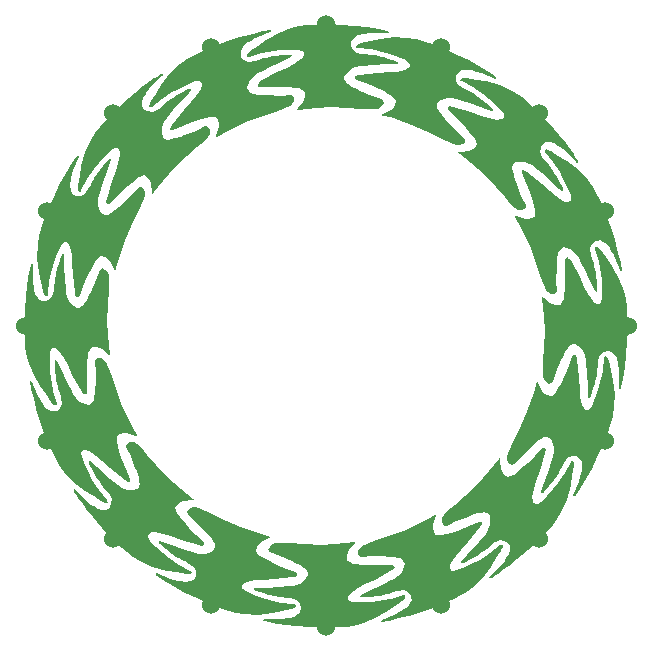
<source format=gtl>
%FSLAX24Y24*%
%MOIN*%
G70*
G01*
G75*
G04 Layer_Physical_Order=1*
G04 Layer_Color=255*
%ADD10R,0.0315X0.0315*%
%ADD11P,0.0445X4X337.5*%
%ADD12P,0.0445X4X360.0*%
%ADD13P,0.0445X4X382.5*%
%ADD14R,0.0315X0.0315*%
%ADD15P,0.0445X4X67.5*%
%ADD16P,0.0445X4X90.0*%
%ADD17P,0.0445X4X112.5*%
%ADD18C,0.0004*%
%ADD19C,0.0600*%
G36*
X-7512Y-1077D02*
X-7405Y-1129D01*
X-7328Y-1213D01*
X-7255Y-1364D01*
X-7145Y-1681D01*
X-7002Y-2102D01*
X-6793Y-2656D01*
X-6435Y-3395D01*
X-6326Y-3579D01*
X-6298Y-3621D01*
X-6287Y-3648D01*
X-6292Y-3661D01*
X-6302Y-3665D01*
X-6324Y-3663D01*
X-6349Y-3653D01*
X-6621Y-3563D01*
X-6767Y-3570D01*
X-6844Y-3591D01*
X-6880Y-3606D01*
X-6922Y-3634D01*
X-6960Y-3671D01*
X-6973Y-3741D01*
X-6970Y-3878D01*
X-6939Y-4004D01*
X-6897Y-4157D01*
X-6787Y-4473D01*
X-6663Y-4773D01*
X-6525Y-5092D01*
X-6520Y-5119D01*
X-6521Y-5141D01*
X-6532Y-5167D01*
X-6546Y-5183D01*
X-6574Y-5194D01*
X-6596Y-5193D01*
X-6634Y-5177D01*
X-6693Y-5137D01*
X-7186Y-4745D01*
X-7456Y-4505D01*
X-7668Y-4327D01*
X-7790Y-4239D01*
X-7904Y-4169D01*
X-8003Y-4135D01*
X-8078Y-4134D01*
X-8123Y-4153D01*
X-8152Y-4186D01*
X-8170Y-4247D01*
X-8151Y-4365D01*
X-8043Y-4631D01*
X-7912Y-4906D01*
X-7792Y-5134D01*
X-7724Y-5245D01*
X-7577Y-5472D01*
X-7314Y-5799D01*
X-7290Y-5832D01*
X-7284Y-5872D01*
X-7316Y-5896D01*
X-7356Y-5902D01*
X-7408Y-5881D01*
X-7489Y-5840D01*
X-7747Y-5680D01*
X-8034Y-5501D01*
X-8418Y-5191D01*
X-8718Y-4879D01*
X-8891Y-4641D01*
X-9005Y-4444D01*
X-9106Y-4251D01*
X-9250Y-3928D01*
X-9360Y-3664D01*
X-9471Y-3369D01*
X-9623Y-2899D01*
X-9715Y-2575D01*
X-9780Y-2314D01*
X-9821Y-2140D01*
X-9839Y-2034D01*
X-9865Y-1902D01*
X-9875Y-1853D01*
X-9865Y-1827D01*
X-9846Y-1820D01*
X-9824Y-1822D01*
X-9800Y-1854D01*
X-9623Y-2282D01*
X-9550Y-2432D01*
X-9507Y-2510D01*
X-9451Y-2594D01*
X-9355Y-2724D01*
X-9235Y-2808D01*
X-9121Y-2851D01*
X-9037Y-2848D01*
X-8964Y-2818D01*
X-8879Y-2740D01*
X-8804Y-2613D01*
X-8827Y-2378D01*
X-8882Y-2219D01*
X-8918Y-2107D01*
X-8947Y-2012D01*
X-8966Y-1913D01*
X-8989Y-1806D01*
X-9001Y-1726D01*
X-9009Y-1654D01*
X-9020Y-1499D01*
X-9046Y-1233D01*
X-9046Y-1180D01*
X-9036Y-1154D01*
X-9021Y-1137D01*
X-9012Y-1133D01*
X-8999Y-1139D01*
X-8983Y-1153D01*
X-8936Y-1240D01*
X-8848Y-1428D01*
X-8602Y-1944D01*
X-8512Y-2109D01*
X-8426Y-2265D01*
X-8339Y-2399D01*
X-8281Y-2461D01*
X-8215Y-2518D01*
X-8031Y-2602D01*
X-7917Y-2619D01*
X-7826Y-2581D01*
X-7751Y-2507D01*
X-7730Y-2403D01*
X-7697Y-2251D01*
X-7688Y-2066D01*
X-7684Y-1947D01*
X-7680Y-1519D01*
X-7686Y-1170D01*
X-7669Y-1110D01*
X-7600Y-1071D01*
X-7512Y-1077D01*
D02*
G37*
G36*
X7294Y-4064D02*
X7315Y-4085D01*
X7322Y-4106D01*
X7322Y-4148D01*
X7308Y-4218D01*
X7134Y-4823D01*
X7015Y-5164D01*
X6932Y-5429D01*
X6897Y-5575D01*
X6876Y-5707D01*
X6883Y-5811D01*
X6911Y-5881D01*
X6946Y-5916D01*
X6988Y-5930D01*
X7050Y-5923D01*
X7153Y-5860D01*
X7356Y-5658D01*
X7560Y-5432D01*
X7725Y-5234D01*
X7802Y-5129D01*
X7955Y-4907D01*
X8157Y-4538D01*
X8178Y-4503D01*
X8212Y-4482D01*
X8247Y-4503D01*
X8268Y-4538D01*
X8268Y-4593D01*
X8261Y-4684D01*
X8212Y-4983D01*
X8157Y-5317D01*
X8018Y-5790D01*
X7844Y-6187D01*
X7690Y-6438D01*
X7551Y-6619D01*
X7412Y-6786D01*
X7169Y-7043D01*
X6967Y-7245D01*
X6737Y-7461D01*
X6361Y-7781D01*
X6097Y-7990D01*
X5881Y-8150D01*
X5735Y-8254D01*
X5645Y-8312D01*
X5533Y-8386D01*
X5491Y-8414D01*
X5463Y-8414D01*
X5449Y-8400D01*
X5443Y-8379D01*
X5463Y-8345D01*
X5790Y-8018D01*
X5902Y-7892D01*
X5958Y-7823D01*
X6013Y-7739D01*
X6097Y-7600D01*
X6128Y-7457D01*
X6125Y-7336D01*
X6090Y-7259D01*
X6034Y-7203D01*
X5930Y-7155D01*
X5784Y-7134D01*
X5575Y-7245D01*
X5449Y-7356D01*
X5359Y-7433D01*
X5282Y-7496D01*
X5199Y-7551D01*
X5108Y-7614D01*
X5039Y-7656D01*
X4976Y-7690D01*
X4837Y-7760D01*
X4600Y-7885D01*
X4552Y-7906D01*
X4524D01*
X4503Y-7899D01*
X4496Y-7892D01*
X4496Y-7878D01*
X4503Y-7858D01*
X4566Y-7781D01*
X4705Y-7628D01*
X5088Y-7203D01*
X5206Y-7057D01*
X5317Y-6918D01*
X5408Y-6786D01*
X5443Y-6709D01*
X5470Y-6626D01*
X5477Y-6424D01*
X5449Y-6312D01*
X5380Y-6243D01*
X5282Y-6201D01*
X5178Y-6222D01*
X5025Y-6250D01*
X4851Y-6312D01*
X4740Y-6354D01*
X4343Y-6514D01*
X4023Y-6653D01*
X3960Y-6660D01*
X3897Y-6612D01*
X3870Y-6528D01*
X3877Y-6410D01*
X3925Y-6306D01*
X4037Y-6180D01*
X4287Y-5958D01*
X4621Y-5665D01*
X5053Y-5259D01*
X5599Y-4646D01*
X5728Y-4475D01*
X5756Y-4433D01*
X5777Y-4412D01*
X5790Y-4412D01*
X5797Y-4419D01*
X5804Y-4440D01*
X5804Y-4468D01*
X5825Y-4753D01*
X5888Y-4886D01*
X5937Y-4948D01*
X5964Y-4976D01*
X6006Y-5004D01*
X6055Y-5025D01*
X6125Y-5011D01*
X6250Y-4955D01*
X6354Y-4879D01*
X6479Y-4781D01*
X6730Y-4559D01*
X6960Y-4329D01*
X7201Y-4080D01*
X7224Y-4064D01*
X7245Y-4058D01*
X7273D01*
X7294Y-4064D01*
D02*
G37*
G36*
X9055Y2638D02*
X9094Y2598D01*
X9154Y2530D01*
X9331Y2283D01*
X9528Y2008D01*
X9764Y1575D01*
X9921Y1171D01*
X9990Y886D01*
X10020Y659D01*
X10039Y443D01*
X10049Y89D01*
Y-197D01*
X10039Y-512D01*
X10000Y-1004D01*
X9961Y-1339D01*
X9921Y-1604D01*
X9892Y-1781D01*
X9869Y-1886D01*
X9843Y-2018D01*
X9833Y-2067D01*
X9813Y-2087D01*
X9793Y-2087D01*
X9774Y-2077D01*
X9764Y-2037D01*
X9764Y-1575D01*
X9754Y-1407D01*
X9744Y-1319D01*
X9724Y-1220D01*
X9685Y-1063D01*
X9606Y-940D01*
X9518Y-856D01*
X9439Y-827D01*
X9360Y-827D01*
X9252Y-866D01*
X9134Y-955D01*
X9065Y-1181D01*
X9055Y-1348D01*
X9045Y-1467D01*
X9035Y-1565D01*
X9016Y-1663D01*
X8996Y-1772D01*
X8976Y-1850D01*
X8957Y-1919D01*
X8907Y-2067D01*
X8829Y-2323D01*
X8809Y-2372D01*
X8789Y-2392D01*
X8770Y-2402D01*
X8760Y-2402D01*
X8750Y-2392D01*
X8740Y-2372D01*
X8730Y-2274D01*
X8720Y-2067D01*
X8691Y-1496D01*
X8671Y-1309D01*
X8652Y-1132D01*
X8622Y-974D01*
X8593Y-896D01*
X8553Y-817D01*
X8415Y-669D01*
X8317Y-610D01*
X8219Y-610D01*
X8120Y-650D01*
X8061Y-738D01*
X7972Y-866D01*
X7894Y-1033D01*
X7844Y-1142D01*
X7677Y-1535D01*
X7549Y-1860D01*
X7510Y-1909D01*
X7431Y-1919D01*
X7352Y-1880D01*
X7274Y-1791D01*
X7234Y-1683D01*
X7224Y-1516D01*
X7244Y-1181D01*
X7274Y-738D01*
X7292Y-146D01*
X7244Y674D01*
X7215Y886D01*
X7205Y935D01*
X7205Y965D01*
X7215Y974D01*
X7224Y974D01*
X7244Y965D01*
X7264Y945D01*
X7480Y758D01*
X7618Y709D01*
X7697Y699D01*
X7736Y699D01*
X7785Y709D01*
X7835Y728D01*
X7874Y787D01*
X7923Y915D01*
X7943Y1043D01*
X7963Y1201D01*
X7982Y1535D01*
X7982Y1860D01*
X7977Y2207D01*
X7982Y2234D01*
X7992Y2254D01*
X8012Y2274D01*
X8031Y2283D01*
X8061Y2283D01*
X8081Y2274D01*
X8110Y2244D01*
X8150Y2185D01*
X8455Y1634D01*
X8612Y1309D01*
X8740Y1063D01*
X8819Y935D01*
X8898Y827D01*
X8976Y758D01*
X9045Y728D01*
X9094Y728D01*
X9134Y748D01*
X9173Y797D01*
X9201Y914D01*
X9203Y1201D01*
X9187Y1505D01*
X9163Y1762D01*
X9144Y1890D01*
X9094Y2156D01*
X8976Y2559D01*
X8967Y2598D01*
X8976Y2638D01*
X9016Y2648D01*
X9055Y2638D01*
D02*
G37*
G36*
X8321Y-975D02*
X8336Y-992D01*
X8352Y-1030D01*
X8365Y-1100D01*
X8436Y-1726D01*
X8458Y-2086D01*
X8482Y-2363D01*
X8505Y-2511D01*
X8537Y-2641D01*
X8583Y-2735D01*
X8635Y-2789D01*
X8681Y-2807D01*
X8725Y-2804D01*
X8780Y-2774D01*
X8851Y-2677D01*
X8962Y-2412D01*
X9063Y-2126D01*
X9140Y-1879D01*
X9171Y-1753D01*
X9227Y-1489D01*
X9272Y-1071D01*
X9278Y-1031D01*
X9303Y-998D01*
X9343Y-1004D01*
X9375Y-1028D01*
X9397Y-1080D01*
X9425Y-1166D01*
X9494Y-1461D01*
X9571Y-1791D01*
X9623Y-2282D01*
X9614Y-2715D01*
X9569Y-3005D01*
X9509Y-3225D01*
X9445Y-3433D01*
X9318Y-3764D01*
X9209Y-4028D01*
X9079Y-4315D01*
X8855Y-4754D01*
X8690Y-5048D01*
X8552Y-5279D01*
X8457Y-5431D01*
X8396Y-5519D01*
X8321Y-5631D01*
X8293Y-5672D01*
X8268Y-5683D01*
X8249Y-5676D01*
X8235Y-5659D01*
X8241Y-5619D01*
X8418Y-5191D01*
X8473Y-5033D01*
X8498Y-4947D01*
X8517Y-4849D01*
X8541Y-4688D01*
X8516Y-4544D01*
X8466Y-4433D01*
X8404Y-4376D01*
X8331Y-4346D01*
X8216Y-4341D01*
X8073Y-4377D01*
X7923Y-4560D01*
X7850Y-4711D01*
X7796Y-4816D01*
X7749Y-4904D01*
X7693Y-4987D01*
X7633Y-5079D01*
X7585Y-5145D01*
X7540Y-5201D01*
X7438Y-5318D01*
X7268Y-5525D01*
X7231Y-5563D01*
X7205Y-5573D01*
X7183Y-5575D01*
X7174Y-5571D01*
X7169Y-5558D01*
X7167Y-5536D01*
X7196Y-5441D01*
X7266Y-5247D01*
X7457Y-4708D01*
X7510Y-4528D01*
X7560Y-4357D01*
X7593Y-4200D01*
X7596Y-4116D01*
X7589Y-4028D01*
X7519Y-3839D01*
X7450Y-3747D01*
X7359Y-3709D01*
X7253Y-3708D01*
X7165Y-3767D01*
X7034Y-3851D01*
X6897Y-3976D01*
X6810Y-4057D01*
X6505Y-4356D01*
X6263Y-4608D01*
X6207Y-4638D01*
X6131Y-4617D01*
X6073Y-4550D01*
X6034Y-4438D01*
X6039Y-4323D01*
X6094Y-4165D01*
X6241Y-3863D01*
X6437Y-3465D01*
X6681Y-2925D01*
X6950Y-2150D01*
X7004Y-1943D01*
X7014Y-1893D01*
X7025Y-1866D01*
X7038Y-1861D01*
X7047Y-1864D01*
X7062Y-1881D01*
X7072Y-1907D01*
X7201Y-2162D01*
X7309Y-2261D01*
X7378Y-2300D01*
X7415Y-2315D01*
X7464Y-2325D01*
X7517Y-2325D01*
X7576Y-2286D01*
X7670Y-2186D01*
X7738Y-2076D01*
X7816Y-1938D01*
X7962Y-1636D01*
X8087Y-1336D01*
X8214Y-1014D01*
X8230Y-991D01*
X8246Y-976D01*
X8272Y-965D01*
X8294Y-964D01*
X8321Y-975D01*
D02*
G37*
G36*
X-4323Y-6039D02*
X-4165Y-6094D01*
X-3863Y-6241D01*
X-3465Y-6437D01*
X-2925Y-6681D01*
X-2150Y-6950D01*
X-1943Y-7004D01*
X-1893Y-7014D01*
X-1866Y-7025D01*
X-1861Y-7038D01*
X-1864Y-7047D01*
X-1881Y-7062D01*
X-1907Y-7072D01*
X-2162Y-7201D01*
X-2261Y-7309D01*
X-2300Y-7378D01*
X-2315Y-7415D01*
X-2325Y-7464D01*
X-2325Y-7517D01*
X-2286Y-7576D01*
X-2186Y-7670D01*
X-2076Y-7738D01*
X-1938Y-7816D01*
X-1636Y-7962D01*
X-1336Y-8087D01*
X-1014Y-8214D01*
X-991Y-8230D01*
X-976Y-8246D01*
X-965Y-8272D01*
X-964Y-8294D01*
X-975Y-8321D01*
X-992Y-8336D01*
X-1030Y-8352D01*
X-1100Y-8365D01*
X-1726Y-8436D01*
X-2086Y-8458D01*
X-2363Y-8482D01*
X-2511Y-8505D01*
X-2641Y-8537D01*
X-2735Y-8583D01*
X-2789Y-8635D01*
X-2807Y-8681D01*
X-2804Y-8725D01*
X-2774Y-8780D01*
X-2677Y-8851D01*
X-2412Y-8962D01*
X-2126Y-9063D01*
X-1879Y-9140D01*
X-1753Y-9171D01*
X-1489Y-9227D01*
X-1071Y-9272D01*
X-1031Y-9278D01*
X-998Y-9303D01*
X-1004Y-9343D01*
X-1028Y-9375D01*
X-1080Y-9397D01*
X-1166Y-9425D01*
X-1461Y-9494D01*
X-1791Y-9571D01*
X-2282Y-9623D01*
X-2715Y-9614D01*
X-3005Y-9569D01*
X-3225Y-9509D01*
X-3433Y-9445D01*
X-3764Y-9318D01*
X-4028Y-9209D01*
X-4315Y-9079D01*
X-4754Y-8855D01*
X-5048Y-8690D01*
X-5279Y-8552D01*
X-5431Y-8457D01*
X-5519Y-8396D01*
X-5631Y-8321D01*
X-5672Y-8293D01*
X-5683Y-8268D01*
X-5676Y-8249D01*
X-5659Y-8235D01*
X-5619Y-8241D01*
X-5191Y-8418D01*
X-5033Y-8473D01*
X-4947Y-8498D01*
X-4849Y-8517D01*
X-4688Y-8541D01*
X-4544Y-8516D01*
X-4433Y-8466D01*
X-4376Y-8404D01*
X-4346Y-8331D01*
X-4341Y-8216D01*
X-4377Y-8073D01*
X-4560Y-7923D01*
X-4711Y-7850D01*
X-4816Y-7796D01*
X-4904Y-7749D01*
X-4987Y-7693D01*
X-5079Y-7633D01*
X-5145Y-7585D01*
X-5201Y-7540D01*
X-5318Y-7438D01*
X-5525Y-7268D01*
X-5563Y-7231D01*
X-5573Y-7205D01*
X-5575Y-7183D01*
X-5571Y-7174D01*
X-5558Y-7169D01*
X-5536Y-7167D01*
X-5441Y-7196D01*
X-5247Y-7266D01*
X-4708Y-7457D01*
X-4528Y-7510D01*
X-4357Y-7560D01*
X-4200Y-7593D01*
X-4116Y-7596D01*
X-4028Y-7589D01*
X-3839Y-7519D01*
X-3747Y-7450D01*
X-3709Y-7359D01*
X-3708Y-7253D01*
X-3767Y-7165D01*
X-3851Y-7034D01*
X-3976Y-6897D01*
X-4057Y-6810D01*
X-4356Y-6505D01*
X-4608Y-6263D01*
X-4638Y-6207D01*
X-4617Y-6131D01*
X-4550Y-6073D01*
X-4438Y-6034D01*
X-4323Y-6039D01*
D02*
G37*
G36*
X3661Y-6292D02*
X3665Y-6302D01*
X3663Y-6324D01*
X3653Y-6349D01*
X3563Y-6621D01*
X3570Y-6767D01*
X3591Y-6844D01*
X3606Y-6880D01*
X3634Y-6922D01*
X3671Y-6960D01*
X3741Y-6973D01*
X3878Y-6970D01*
X4004Y-6939D01*
X4157Y-6897D01*
X4473Y-6787D01*
X4773Y-6663D01*
X5092Y-6525D01*
X5119Y-6520D01*
X5141Y-6521D01*
X5167Y-6532D01*
X5183Y-6546D01*
X5194Y-6574D01*
X5193Y-6596D01*
X5177Y-6634D01*
X5137Y-6693D01*
X4745Y-7186D01*
X4505Y-7456D01*
X4327Y-7668D01*
X4239Y-7790D01*
X4169Y-7904D01*
X4135Y-8003D01*
X4134Y-8078D01*
X4153Y-8123D01*
X4186Y-8152D01*
X4247Y-8170D01*
X4365Y-8151D01*
X4631Y-8043D01*
X4906Y-7912D01*
X5134Y-7792D01*
X5245Y-7724D01*
X5472Y-7577D01*
X5799Y-7314D01*
X5832Y-7290D01*
X5872Y-7284D01*
X5896Y-7316D01*
X5902Y-7356D01*
X5881Y-7408D01*
X5840Y-7489D01*
X5680Y-7747D01*
X5501Y-8034D01*
X5191Y-8418D01*
X4879Y-8718D01*
X4641Y-8891D01*
X4444Y-9005D01*
X4251Y-9106D01*
X3928Y-9250D01*
X3664Y-9360D01*
X3369Y-9471D01*
X2899Y-9623D01*
X2575Y-9715D01*
X2314Y-9780D01*
X2140Y-9821D01*
X2034Y-9839D01*
X1902Y-9865D01*
X1853Y-9875D01*
X1827Y-9865D01*
X1820Y-9846D01*
X1822Y-9824D01*
X1854Y-9800D01*
X2282Y-9623D01*
X2432Y-9550D01*
X2510Y-9507D01*
X2594Y-9451D01*
X2724Y-9355D01*
X2808Y-9235D01*
X2851Y-9121D01*
X2848Y-9037D01*
X2818Y-8964D01*
X2740Y-8879D01*
X2613Y-8804D01*
X2378Y-8827D01*
X2219Y-8882D01*
X2107Y-8918D01*
X2012Y-8947D01*
X1913Y-8966D01*
X1806Y-8989D01*
X1726Y-9001D01*
X1654Y-9009D01*
X1499Y-9020D01*
X1233Y-9046D01*
X1180Y-9046D01*
X1154Y-9036D01*
X1137Y-9021D01*
X1133Y-9012D01*
X1139Y-8999D01*
X1153Y-8983D01*
X1240Y-8936D01*
X1428Y-8848D01*
X1944Y-8602D01*
X2109Y-8512D01*
X2265Y-8426D01*
X2399Y-8339D01*
X2461Y-8281D01*
X2518Y-8215D01*
X2602Y-8031D01*
X2619Y-7917D01*
X2581Y-7826D01*
X2507Y-7751D01*
X2403Y-7730D01*
X2251Y-7697D01*
X2066Y-7688D01*
X1947Y-7684D01*
X1519Y-7680D01*
X1170Y-7686D01*
X1110Y-7669D01*
X1071Y-7600D01*
X1077Y-7512D01*
X1129Y-7405D01*
X1213Y-7328D01*
X1364Y-7255D01*
X1681Y-7145D01*
X2102Y-7002D01*
X2656Y-6793D01*
X3395Y-6435D01*
X3579Y-6326D01*
X3621Y-6298D01*
X3648Y-6287D01*
X3661Y-6292D01*
D02*
G37*
G36*
X-6410Y-3877D02*
X-6306Y-3925D01*
X-6180Y-4037D01*
X-5958Y-4287D01*
X-5665Y-4621D01*
X-5259Y-5053D01*
X-4646Y-5599D01*
X-4475Y-5728D01*
X-4433Y-5756D01*
X-4412Y-5777D01*
X-4412Y-5790D01*
X-4419Y-5797D01*
X-4440Y-5804D01*
X-4468Y-5804D01*
X-4753Y-5825D01*
X-4886Y-5888D01*
X-4948Y-5937D01*
X-4976Y-5964D01*
X-5004Y-6006D01*
X-5025Y-6055D01*
X-5011Y-6125D01*
X-4955Y-6250D01*
X-4879Y-6354D01*
X-4781Y-6479D01*
X-4559Y-6730D01*
X-4329Y-6960D01*
X-4080Y-7201D01*
X-4064Y-7224D01*
X-4058Y-7245D01*
Y-7273D01*
X-4064Y-7294D01*
X-4085Y-7315D01*
X-4106Y-7322D01*
X-4148Y-7322D01*
X-4218Y-7308D01*
X-4823Y-7134D01*
X-5164Y-7015D01*
X-5429Y-6932D01*
X-5575Y-6897D01*
X-5707Y-6876D01*
X-5811Y-6883D01*
X-5881Y-6911D01*
X-5916Y-6946D01*
X-5930Y-6988D01*
X-5923Y-7050D01*
X-5860Y-7153D01*
X-5658Y-7356D01*
X-5432Y-7560D01*
X-5234Y-7725D01*
X-5129Y-7802D01*
X-4907Y-7955D01*
X-4538Y-8157D01*
X-4503Y-8178D01*
X-4482Y-8212D01*
X-4503Y-8247D01*
X-4538Y-8268D01*
X-4593Y-8268D01*
X-4684Y-8261D01*
X-4983Y-8212D01*
X-5317Y-8157D01*
X-5790Y-8018D01*
X-6187Y-7844D01*
X-6438Y-7690D01*
X-6619Y-7551D01*
X-6786Y-7412D01*
X-7043Y-7168D01*
X-7245Y-6967D01*
X-7461Y-6737D01*
X-7781Y-6361D01*
X-7990Y-6097D01*
X-8150Y-5881D01*
X-8254Y-5735D01*
X-8312Y-5645D01*
X-8386Y-5533D01*
X-8414Y-5491D01*
X-8414Y-5463D01*
X-8400Y-5449D01*
X-8379Y-5442D01*
X-8345Y-5463D01*
X-8018Y-5790D01*
X-7892Y-5902D01*
X-7823Y-5958D01*
X-7739Y-6013D01*
X-7600Y-6097D01*
X-7457Y-6128D01*
X-7336Y-6125D01*
X-7259Y-6090D01*
X-7203Y-6034D01*
X-7155Y-5930D01*
X-7134Y-5784D01*
X-7245Y-5575D01*
X-7356Y-5449D01*
X-7433Y-5359D01*
X-7496Y-5282D01*
X-7551Y-5199D01*
X-7614Y-5108D01*
X-7656Y-5039D01*
X-7690Y-4976D01*
X-7760Y-4837D01*
X-7885Y-4600D01*
X-7906Y-4552D01*
X-7906Y-4524D01*
X-7899Y-4503D01*
X-7892Y-4496D01*
X-7878Y-4496D01*
X-7858Y-4503D01*
X-7781Y-4566D01*
X-7628Y-4705D01*
X-7203Y-5088D01*
X-7057Y-5206D01*
X-6918Y-5317D01*
X-6786Y-5408D01*
X-6709Y-5443D01*
X-6626Y-5470D01*
X-6424Y-5477D01*
X-6312Y-5449D01*
X-6243Y-5380D01*
X-6201Y-5282D01*
X-6222Y-5178D01*
X-6250Y-5025D01*
X-6312Y-4851D01*
X-6354Y-4740D01*
X-6514Y-4343D01*
X-6653Y-4023D01*
X-6660Y-3960D01*
X-6612Y-3897D01*
X-6528Y-3870D01*
X-6410Y-3877D01*
D02*
G37*
G36*
X965Y-7205D02*
X974Y-7215D01*
X974Y-7224D01*
X965Y-7244D01*
X945Y-7264D01*
X758Y-7480D01*
X709Y-7618D01*
X699Y-7697D01*
Y-7736D01*
X709Y-7785D01*
X728Y-7835D01*
X787Y-7874D01*
X915Y-7923D01*
X1043Y-7943D01*
X1201Y-7963D01*
X1535Y-7982D01*
X1860Y-7982D01*
X2207Y-7977D01*
X2234Y-7982D01*
X2254Y-7992D01*
X2274Y-8012D01*
X2283Y-8031D01*
X2283Y-8061D01*
X2274Y-8081D01*
X2244Y-8110D01*
X2185Y-8150D01*
X1634Y-8455D01*
X1309Y-8612D01*
X1063Y-8740D01*
X935Y-8819D01*
X827Y-8898D01*
X758Y-8976D01*
X728Y-9045D01*
X728Y-9094D01*
X748Y-9134D01*
X797Y-9173D01*
X914Y-9201D01*
X1201Y-9203D01*
X1505Y-9187D01*
X1762Y-9163D01*
X1890Y-9144D01*
X2156Y-9094D01*
X2559Y-8976D01*
X2598Y-8967D01*
X2638Y-8976D01*
X2648Y-9016D01*
X2638Y-9055D01*
X2598Y-9094D01*
X2530Y-9154D01*
X2283Y-9331D01*
X2008Y-9528D01*
X1575Y-9764D01*
X1171Y-9921D01*
X886Y-9990D01*
X659Y-10020D01*
X443Y-10039D01*
X89Y-10049D01*
X-197Y-10049D01*
X-512Y-10039D01*
X-1004Y-10000D01*
X-1339Y-9961D01*
X-1604Y-9921D01*
X-1781Y-9892D01*
X-1886Y-9869D01*
X-2018Y-9843D01*
X-2067Y-9833D01*
X-2087Y-9813D01*
X-2087Y-9793D01*
X-2077Y-9774D01*
X-2037Y-9764D01*
X-1575Y-9764D01*
X-1407Y-9754D01*
X-1319Y-9744D01*
X-1220Y-9724D01*
X-1063Y-9685D01*
X-940Y-9606D01*
X-856Y-9518D01*
X-827Y-9439D01*
X-827Y-9360D01*
X-866Y-9252D01*
X-955Y-9134D01*
X-1181Y-9065D01*
X-1348Y-9055D01*
X-1467Y-9045D01*
X-1565Y-9035D01*
X-1663Y-9016D01*
X-1772Y-8996D01*
X-1850Y-8976D01*
X-1919Y-8957D01*
X-2067Y-8907D01*
X-2323Y-8829D01*
X-2372Y-8809D01*
X-2392Y-8789D01*
X-2402Y-8770D01*
X-2402Y-8760D01*
X-2392Y-8750D01*
X-2372Y-8740D01*
X-2274Y-8730D01*
X-2067Y-8720D01*
X-1496Y-8691D01*
X-1309Y-8671D01*
X-1132Y-8652D01*
X-974Y-8622D01*
X-896Y-8593D01*
X-817Y-8553D01*
X-669Y-8415D01*
X-610Y-8317D01*
X-610Y-8219D01*
X-650Y-8120D01*
X-738Y-8061D01*
X-866Y-7972D01*
X-1033Y-7894D01*
X-1142Y-7844D01*
X-1535Y-7677D01*
X-1860Y-7549D01*
X-1909Y-7510D01*
X-1919Y-7431D01*
X-1880Y-7352D01*
X-1791Y-7274D01*
X-1683Y-7234D01*
X-1516Y-7224D01*
X-1181Y-7244D01*
X-738Y-7274D01*
X-146Y-7292D01*
X674Y-7244D01*
X886Y-7215D01*
X935Y-7205D01*
X965Y-7205D01*
D02*
G37*
G36*
X4593Y8268D02*
X4684Y8261D01*
X4983Y8212D01*
X5317Y8157D01*
X5790Y8018D01*
X6187Y7844D01*
X6438Y7690D01*
X6619Y7551D01*
X6786Y7412D01*
X7043Y7169D01*
X7245Y6967D01*
X7461Y6737D01*
X7781Y6361D01*
X7990Y6097D01*
X8150Y5881D01*
X8254Y5735D01*
X8312Y5645D01*
X8386Y5533D01*
X8414Y5491D01*
X8414Y5463D01*
X8400Y5449D01*
X8379Y5442D01*
X8345Y5463D01*
X8018Y5790D01*
X7892Y5902D01*
X7823Y5958D01*
X7739Y6013D01*
X7600Y6097D01*
X7457Y6128D01*
X7336Y6125D01*
X7259Y6090D01*
X7203Y6034D01*
X7155Y5930D01*
X7134Y5784D01*
X7245Y5575D01*
X7356Y5449D01*
X7433Y5359D01*
X7496Y5282D01*
X7551Y5199D01*
X7614Y5108D01*
X7656Y5039D01*
X7690Y4976D01*
X7760Y4837D01*
X7885Y4600D01*
X7906Y4552D01*
Y4524D01*
X7899Y4503D01*
X7892Y4496D01*
X7878Y4496D01*
X7858Y4503D01*
X7781Y4566D01*
X7628Y4705D01*
X7203Y5088D01*
X7057Y5206D01*
X6918Y5317D01*
X6786Y5408D01*
X6709Y5443D01*
X6626Y5470D01*
X6424Y5477D01*
X6312Y5449D01*
X6243Y5380D01*
X6201Y5282D01*
X6222Y5178D01*
X6250Y5025D01*
X6312Y4851D01*
X6354Y4740D01*
X6514Y4343D01*
X6653Y4023D01*
X6660Y3960D01*
X6612Y3897D01*
X6528Y3870D01*
X6410Y3877D01*
X6305Y3925D01*
X6180Y4037D01*
X5958Y4287D01*
X5665Y4621D01*
X5259Y5053D01*
X4646Y5599D01*
X4475Y5728D01*
X4433Y5756D01*
X4412Y5777D01*
X4412Y5790D01*
X4419Y5797D01*
X4440Y5804D01*
X4468Y5804D01*
X4753Y5825D01*
X4886Y5888D01*
X4948Y5937D01*
X4976Y5964D01*
X5004Y6006D01*
X5025Y6055D01*
X5011Y6125D01*
X4955Y6250D01*
X4879Y6354D01*
X4781Y6479D01*
X4559Y6730D01*
X4329Y6960D01*
X4080Y7201D01*
X4064Y7224D01*
X4058Y7245D01*
Y7273D01*
X4064Y7294D01*
X4085Y7315D01*
X4106Y7322D01*
X4148Y7322D01*
X4218Y7308D01*
X4823Y7134D01*
X5164Y7015D01*
X5429Y6932D01*
X5575Y6897D01*
X5707Y6876D01*
X5811Y6883D01*
X5881Y6911D01*
X5916Y6946D01*
X5930Y6988D01*
X5923Y7050D01*
X5860Y7153D01*
X5658Y7356D01*
X5432Y7560D01*
X5234Y7725D01*
X5129Y7802D01*
X4907Y7955D01*
X4538Y8157D01*
X4503Y8178D01*
X4482Y8212D01*
X4503Y8247D01*
X4538Y8268D01*
X4593Y8268D01*
D02*
G37*
G36*
X-1827Y9865D02*
X-1820Y9846D01*
X-1822Y9824D01*
X-1854Y9800D01*
X-2281Y9623D01*
X-2432Y9550D01*
X-2510Y9507D01*
X-2594Y9451D01*
X-2724Y9355D01*
X-2808Y9235D01*
X-2851Y9121D01*
X-2848Y9037D01*
X-2818Y8964D01*
X-2740Y8879D01*
X-2613Y8804D01*
X-2378Y8827D01*
X-2219Y8882D01*
X-2107Y8918D01*
X-2012Y8947D01*
X-1913Y8966D01*
X-1806Y8989D01*
X-1726Y9001D01*
X-1654Y9009D01*
X-1499Y9020D01*
X-1233Y9046D01*
X-1180Y9046D01*
X-1154Y9036D01*
X-1137Y9021D01*
X-1133Y9012D01*
X-1139Y8999D01*
X-1153Y8983D01*
X-1240Y8936D01*
X-1428Y8848D01*
X-1944Y8602D01*
X-2109Y8512D01*
X-2265Y8426D01*
X-2399Y8339D01*
X-2461Y8281D01*
X-2518Y8215D01*
X-2602Y8031D01*
X-2619Y7917D01*
X-2581Y7826D01*
X-2507Y7751D01*
X-2403Y7730D01*
X-2251Y7697D01*
X-2066Y7688D01*
X-1947Y7684D01*
X-1519Y7680D01*
X-1170Y7686D01*
X-1110Y7669D01*
X-1071Y7600D01*
X-1077Y7512D01*
X-1129Y7405D01*
X-1213Y7328D01*
X-1364Y7255D01*
X-1681Y7145D01*
X-2101Y7002D01*
X-2656Y6793D01*
X-3395Y6435D01*
X-3579Y6326D01*
X-3621Y6298D01*
X-3648Y6287D01*
X-3661Y6292D01*
X-3665Y6302D01*
X-3663Y6324D01*
X-3653Y6349D01*
X-3563Y6621D01*
X-3570Y6767D01*
X-3591Y6844D01*
X-3606Y6880D01*
X-3634Y6922D01*
X-3671Y6960D01*
X-3741Y6973D01*
X-3878Y6970D01*
X-4004Y6939D01*
X-4157Y6897D01*
X-4473Y6787D01*
X-4773Y6663D01*
X-5092Y6525D01*
X-5119Y6520D01*
X-5141Y6521D01*
X-5167Y6532D01*
X-5183Y6546D01*
X-5194Y6574D01*
X-5193Y6596D01*
X-5177Y6634D01*
X-5137Y6693D01*
X-4745Y7186D01*
X-4505Y7456D01*
X-4327Y7668D01*
X-4239Y7790D01*
X-4169Y7904D01*
X-4135Y8003D01*
X-4134Y8078D01*
X-4153Y8123D01*
X-4186Y8152D01*
X-4247Y8170D01*
X-4365Y8151D01*
X-4631Y8043D01*
X-4906Y7912D01*
X-5134Y7792D01*
X-5245Y7724D01*
X-5472Y7577D01*
X-5799Y7314D01*
X-5832Y7290D01*
X-5872Y7284D01*
X-5896Y7316D01*
X-5902Y7356D01*
X-5881Y7408D01*
X-5840Y7489D01*
X-5680Y7747D01*
X-5501Y8034D01*
X-5191Y8418D01*
X-4879Y8718D01*
X-4641Y8891D01*
X-4444Y9005D01*
X-4251Y9106D01*
X-3928Y9250D01*
X-3664Y9360D01*
X-3369Y9471D01*
X-2899Y9623D01*
X-2575Y9715D01*
X-2315Y9780D01*
X-2140Y9821D01*
X-2034Y9839D01*
X-1902Y9865D01*
X-1853Y9875D01*
X-1827Y9865D01*
D02*
G37*
G36*
X2715Y9614D02*
X3005Y9569D01*
X3225Y9509D01*
X3433Y9445D01*
X3764Y9318D01*
X4028Y9209D01*
X4315Y9079D01*
X4754Y8855D01*
X5048Y8690D01*
X5279Y8552D01*
X5431Y8457D01*
X5519Y8396D01*
X5631Y8321D01*
X5672Y8293D01*
X5683Y8268D01*
X5676Y8249D01*
X5659Y8235D01*
X5619Y8241D01*
X5191Y8418D01*
X5033Y8473D01*
X4947Y8498D01*
X4849Y8517D01*
X4688Y8541D01*
X4544Y8516D01*
X4433Y8466D01*
X4376Y8404D01*
X4346Y8331D01*
X4341Y8216D01*
X4377Y8073D01*
X4560Y7923D01*
X4711Y7850D01*
X4816Y7796D01*
X4904Y7749D01*
X4987Y7693D01*
X5079Y7633D01*
X5145Y7585D01*
X5201Y7540D01*
X5318Y7438D01*
X5525Y7268D01*
X5563Y7231D01*
X5573Y7205D01*
X5575Y7183D01*
X5571Y7174D01*
X5558Y7169D01*
X5536Y7167D01*
X5441Y7196D01*
X5247Y7266D01*
X4708Y7457D01*
X4528Y7510D01*
X4357Y7560D01*
X4200Y7593D01*
X4116Y7596D01*
X4028Y7589D01*
X3839Y7519D01*
X3747Y7450D01*
X3709Y7359D01*
X3708Y7253D01*
X3767Y7165D01*
X3851Y7034D01*
X3976Y6897D01*
X4057Y6810D01*
X4356Y6505D01*
X4608Y6263D01*
X4638Y6207D01*
X4617Y6131D01*
X4550Y6073D01*
X4438Y6034D01*
X4323Y6039D01*
X4165Y6094D01*
X3863Y6241D01*
X3465Y6437D01*
X2925Y6681D01*
X2150Y6950D01*
X1943Y7004D01*
X1893Y7014D01*
X1866Y7025D01*
X1861Y7038D01*
X1864Y7047D01*
X1881Y7062D01*
X1907Y7072D01*
X2162Y7201D01*
X2261Y7309D01*
X2300Y7378D01*
X2315Y7415D01*
X2325Y7464D01*
X2325Y7517D01*
X2286Y7576D01*
X2186Y7670D01*
X2076Y7738D01*
X1938Y7816D01*
X1636Y7962D01*
X1336Y8087D01*
X1014Y8214D01*
X991Y8230D01*
X976Y8246D01*
X965Y8272D01*
X964Y8294D01*
X975Y8321D01*
X992Y8336D01*
X1030Y8352D01*
X1100Y8365D01*
X1726Y8436D01*
X2086Y8458D01*
X2363Y8482D01*
X2511Y8505D01*
X2641Y8537D01*
X2735Y8583D01*
X2789Y8635D01*
X2807Y8681D01*
X2804Y8725D01*
X2774Y8780D01*
X2677Y8851D01*
X2412Y8962D01*
X2126Y9063D01*
X1879Y9140D01*
X1753Y9171D01*
X1489Y9227D01*
X1071Y9272D01*
X1031Y9278D01*
X998Y9303D01*
X1004Y9343D01*
X1028Y9375D01*
X1080Y9397D01*
X1166Y9425D01*
X1461Y9494D01*
X1791Y9571D01*
X2282Y9623D01*
X2715Y9614D01*
D02*
G37*
G36*
X197Y10049D02*
X512Y10039D01*
X1004Y10000D01*
X1339Y9961D01*
X1604Y9921D01*
X1781Y9892D01*
X1886Y9869D01*
X2018Y9843D01*
X2067Y9833D01*
X2087Y9813D01*
X2087Y9793D01*
X2077Y9774D01*
X2037Y9764D01*
X1575Y9764D01*
X1407Y9754D01*
X1319Y9744D01*
X1220Y9724D01*
X1063Y9685D01*
X940Y9606D01*
X856Y9518D01*
X827Y9439D01*
Y9360D01*
X866Y9252D01*
X955Y9134D01*
X1181Y9065D01*
X1348Y9055D01*
X1467Y9045D01*
X1565Y9035D01*
X1663Y9016D01*
X1772Y8996D01*
X1850Y8976D01*
X1919Y8957D01*
X2067Y8907D01*
X2323Y8829D01*
X2372Y8809D01*
X2392Y8789D01*
X2402Y8770D01*
X2402Y8760D01*
X2392Y8750D01*
X2372Y8740D01*
X2274Y8730D01*
X2067Y8720D01*
X1496Y8691D01*
X1309Y8671D01*
X1132Y8652D01*
X974Y8622D01*
X896Y8593D01*
X817Y8553D01*
X669Y8415D01*
X610Y8317D01*
X610Y8219D01*
X650Y8120D01*
X738Y8061D01*
X866Y7972D01*
X1033Y7894D01*
X1142Y7844D01*
X1535Y7677D01*
X1860Y7549D01*
X1909Y7510D01*
X1919Y7431D01*
X1880Y7352D01*
X1791Y7274D01*
X1683Y7234D01*
X1516Y7224D01*
X1181Y7244D01*
X738Y7274D01*
X146Y7292D01*
X-674Y7244D01*
X-886Y7215D01*
X-935Y7205D01*
X-965Y7205D01*
X-974Y7215D01*
X-974Y7224D01*
X-965Y7244D01*
X-945Y7264D01*
X-758Y7480D01*
X-709Y7618D01*
X-699Y7697D01*
X-699Y7736D01*
X-709Y7785D01*
X-728Y7835D01*
X-787Y7874D01*
X-915Y7923D01*
X-1043Y7943D01*
X-1201Y7963D01*
X-1535Y7982D01*
X-1860Y7982D01*
X-2207Y7977D01*
X-2234Y7982D01*
X-2254Y7992D01*
X-2274Y8012D01*
X-2283Y8031D01*
X-2283Y8061D01*
X-2274Y8081D01*
X-2244Y8110D01*
X-2185Y8150D01*
X-1634Y8455D01*
X-1309Y8612D01*
X-1063Y8740D01*
X-935Y8819D01*
X-827Y8898D01*
X-758Y8976D01*
X-728Y9045D01*
X-728Y9094D01*
X-748Y9134D01*
X-797Y9173D01*
X-914Y9201D01*
X-1201Y9203D01*
X-1505Y9187D01*
X-1762Y9163D01*
X-1890Y9144D01*
X-2156Y9094D01*
X-2559Y8976D01*
X-2598Y8967D01*
X-2638Y8976D01*
X-2648Y9016D01*
X-2638Y9055D01*
X-2598Y9094D01*
X-2530Y9154D01*
X-2283Y9331D01*
X-2008Y9528D01*
X-1575Y9764D01*
X-1171Y9921D01*
X-886Y9990D01*
X-659Y10020D01*
X-443Y10039D01*
X-89Y10049D01*
X197Y10049D01*
D02*
G37*
G36*
X-8249Y5676D02*
X-8235Y5659D01*
X-8241Y5619D01*
X-8418Y5191D01*
X-8473Y5033D01*
X-8498Y4947D01*
X-8517Y4849D01*
X-8541Y4688D01*
X-8516Y4544D01*
X-8466Y4433D01*
X-8404Y4376D01*
X-8331Y4346D01*
X-8216Y4341D01*
X-8073Y4377D01*
X-7923Y4560D01*
X-7850Y4711D01*
X-7796Y4816D01*
X-7749Y4904D01*
X-7693Y4987D01*
X-7633Y5079D01*
X-7585Y5145D01*
X-7540Y5201D01*
X-7438Y5318D01*
X-7268Y5525D01*
X-7231Y5563D01*
X-7205Y5573D01*
X-7183Y5575D01*
X-7174Y5571D01*
X-7169Y5558D01*
X-7167Y5536D01*
X-7196Y5441D01*
X-7266Y5247D01*
X-7457Y4708D01*
X-7510Y4528D01*
X-7560Y4357D01*
X-7593Y4200D01*
X-7596Y4116D01*
X-7589Y4028D01*
X-7519Y3839D01*
X-7450Y3747D01*
X-7359Y3709D01*
X-7253Y3708D01*
X-7165Y3767D01*
X-7034Y3851D01*
X-6897Y3976D01*
X-6810Y4057D01*
X-6505Y4356D01*
X-6263Y4608D01*
X-6207Y4638D01*
X-6131Y4617D01*
X-6073Y4550D01*
X-6034Y4438D01*
X-6039Y4323D01*
X-6094Y4165D01*
X-6241Y3863D01*
X-6437Y3465D01*
X-6681Y2925D01*
X-6950Y2150D01*
X-7004Y1943D01*
X-7014Y1893D01*
X-7025Y1866D01*
X-7038Y1861D01*
X-7047Y1864D01*
X-7062Y1881D01*
X-7072Y1907D01*
X-7201Y2162D01*
X-7309Y2261D01*
X-7378Y2300D01*
X-7415Y2315D01*
X-7464Y2325D01*
X-7517Y2325D01*
X-7576Y2286D01*
X-7670Y2186D01*
X-7738Y2076D01*
X-7816Y1938D01*
X-7962Y1636D01*
X-8087Y1336D01*
X-8214Y1014D01*
X-8230Y991D01*
X-8246Y976D01*
X-8272Y965D01*
X-8294Y964D01*
X-8321Y975D01*
X-8336Y992D01*
X-8352Y1030D01*
X-8365Y1100D01*
X-8436Y1726D01*
X-8458Y2086D01*
X-8482Y2363D01*
X-8505Y2511D01*
X-8537Y2641D01*
X-8583Y2735D01*
X-8635Y2789D01*
X-8681Y2807D01*
X-8725Y2804D01*
X-8780Y2774D01*
X-8851Y2677D01*
X-8962Y2412D01*
X-9063Y2126D01*
X-9140Y1879D01*
X-9171Y1753D01*
X-9227Y1489D01*
X-9272Y1071D01*
X-9278Y1031D01*
X-9303Y998D01*
X-9343Y1004D01*
X-9375Y1028D01*
X-9397Y1080D01*
X-9425Y1166D01*
X-9494Y1461D01*
X-9571Y1791D01*
X-9623Y2282D01*
X-9614Y2715D01*
X-9569Y3005D01*
X-9509Y3225D01*
X-9445Y3433D01*
X-9318Y3764D01*
X-9209Y4028D01*
X-9079Y4315D01*
X-8855Y4754D01*
X-8690Y5048D01*
X-8552Y5279D01*
X-8457Y5431D01*
X-8396Y5519D01*
X-8321Y5631D01*
X-8293Y5672D01*
X-8268Y5683D01*
X-8249Y5676D01*
D02*
G37*
G36*
X-8750Y2392D02*
X-8740Y2372D01*
X-8730Y2274D01*
X-8720Y2067D01*
X-8691Y1496D01*
X-8671Y1309D01*
X-8652Y1132D01*
X-8622Y974D01*
X-8593Y896D01*
X-8553Y817D01*
X-8415Y669D01*
X-8317Y610D01*
X-8219D01*
X-8120Y650D01*
X-8061Y738D01*
X-7972Y866D01*
X-7894Y1033D01*
X-7844Y1142D01*
X-7677Y1535D01*
X-7549Y1860D01*
X-7510Y1909D01*
X-7431Y1919D01*
X-7352Y1880D01*
X-7274Y1791D01*
X-7234Y1683D01*
X-7224Y1516D01*
X-7244Y1181D01*
X-7274Y738D01*
X-7292Y146D01*
X-7244Y-674D01*
X-7215Y-886D01*
X-7205Y-935D01*
Y-965D01*
X-7215Y-974D01*
X-7224D01*
X-7244Y-965D01*
X-7264Y-945D01*
X-7480Y-758D01*
X-7618Y-709D01*
X-7697Y-699D01*
X-7736D01*
X-7785Y-709D01*
X-7835Y-728D01*
X-7874Y-787D01*
X-7923Y-915D01*
X-7943Y-1043D01*
X-7963Y-1201D01*
X-7982Y-1535D01*
Y-1860D01*
X-7977Y-2207D01*
X-7982Y-2234D01*
X-7992Y-2254D01*
X-8012Y-2274D01*
X-8031Y-2283D01*
X-8061D01*
X-8081Y-2274D01*
X-8110Y-2244D01*
X-8150Y-2185D01*
X-8455Y-1634D01*
X-8612Y-1309D01*
X-8740Y-1063D01*
X-8819Y-935D01*
X-8898Y-827D01*
X-8976Y-758D01*
X-9045Y-728D01*
X-9094D01*
X-9134Y-748D01*
X-9173Y-797D01*
X-9201Y-914D01*
X-9203Y-1201D01*
X-9187Y-1505D01*
X-9163Y-1762D01*
X-9144Y-1890D01*
X-9094Y-2156D01*
X-8976Y-2559D01*
X-8967Y-2598D01*
X-8976Y-2638D01*
X-9016Y-2648D01*
X-9055Y-2638D01*
X-9094Y-2598D01*
X-9154Y-2530D01*
X-9331Y-2283D01*
X-9528Y-2008D01*
X-9764Y-1575D01*
X-9921Y-1171D01*
X-9990Y-886D01*
X-10020Y-659D01*
X-10039Y-443D01*
X-10049Y-89D01*
Y197D01*
X-10039Y512D01*
X-10000Y1004D01*
X-9961Y1339D01*
X-9921Y1604D01*
X-9892Y1781D01*
X-9869Y1886D01*
X-9843Y2018D01*
X-9833Y2067D01*
X-9813Y2087D01*
X-9793D01*
X-9774Y2077D01*
X-9764Y2037D01*
Y1575D01*
X-9754Y1407D01*
X-9744Y1319D01*
X-9724Y1220D01*
X-9685Y1063D01*
X-9606Y940D01*
X-9518Y856D01*
X-9439Y827D01*
X-9360D01*
X-9252Y866D01*
X-9134Y955D01*
X-9065Y1181D01*
X-9055Y1348D01*
X-9045Y1467D01*
X-9035Y1565D01*
X-9016Y1663D01*
X-8996Y1772D01*
X-8976Y1850D01*
X-8957Y1919D01*
X-8907Y2067D01*
X-8829Y2323D01*
X-8809Y2372D01*
X-8789Y2392D01*
X-8770Y2402D01*
X-8760D01*
X-8750Y2392D01*
D02*
G37*
G36*
X-5463Y8414D02*
X-5449Y8400D01*
X-5442Y8379D01*
X-5463Y8345D01*
X-5790Y8018D01*
X-5902Y7892D01*
X-5958Y7823D01*
X-6013Y7739D01*
X-6097Y7600D01*
X-6128Y7457D01*
X-6125Y7336D01*
X-6090Y7259D01*
X-6034Y7203D01*
X-5930Y7155D01*
X-5784Y7134D01*
X-5575Y7245D01*
X-5449Y7356D01*
X-5359Y7433D01*
X-5282Y7496D01*
X-5199Y7551D01*
X-5108Y7614D01*
X-5039Y7656D01*
X-4976Y7690D01*
X-4837Y7760D01*
X-4600Y7885D01*
X-4552Y7906D01*
X-4524D01*
X-4503Y7899D01*
X-4496Y7892D01*
X-4496Y7878D01*
X-4503Y7858D01*
X-4566Y7781D01*
X-4705Y7628D01*
X-5088Y7203D01*
X-5206Y7057D01*
X-5317Y6918D01*
X-5408Y6786D01*
X-5443Y6709D01*
X-5470Y6626D01*
X-5477Y6424D01*
X-5449Y6312D01*
X-5380Y6243D01*
X-5282Y6201D01*
X-5178Y6222D01*
X-5025Y6250D01*
X-4851Y6312D01*
X-4740Y6354D01*
X-4343Y6514D01*
X-4023Y6653D01*
X-3960Y6660D01*
X-3897Y6612D01*
X-3870Y6528D01*
X-3877Y6410D01*
X-3925Y6305D01*
X-4037Y6180D01*
X-4287Y5958D01*
X-4621Y5665D01*
X-5053Y5259D01*
X-5599Y4646D01*
X-5728Y4475D01*
X-5756Y4433D01*
X-5777Y4412D01*
X-5790Y4412D01*
X-5797Y4419D01*
X-5804Y4440D01*
X-5804Y4468D01*
X-5825Y4753D01*
X-5888Y4886D01*
X-5937Y4948D01*
X-5964Y4976D01*
X-6006Y5004D01*
X-6055Y5025D01*
X-6125Y5011D01*
X-6250Y4955D01*
X-6354Y4879D01*
X-6479Y4781D01*
X-6730Y4559D01*
X-6960Y4329D01*
X-7201Y4080D01*
X-7224Y4064D01*
X-7245Y4058D01*
X-7273D01*
X-7294Y4064D01*
X-7315Y4085D01*
X-7322Y4106D01*
X-7322Y4148D01*
X-7308Y4218D01*
X-7134Y4823D01*
X-7015Y5164D01*
X-6932Y5429D01*
X-6897Y5575D01*
X-6876Y5707D01*
X-6883Y5811D01*
X-6911Y5881D01*
X-6946Y5916D01*
X-6988Y5930D01*
X-7050Y5923D01*
X-7153Y5860D01*
X-7356Y5658D01*
X-7560Y5432D01*
X-7725Y5234D01*
X-7802Y5129D01*
X-7955Y4907D01*
X-8157Y4538D01*
X-8178Y4503D01*
X-8212Y4482D01*
X-8247Y4503D01*
X-8268Y4538D01*
X-8268Y4593D01*
X-8261Y4684D01*
X-8212Y4983D01*
X-8157Y5317D01*
X-8018Y5790D01*
X-7844Y6187D01*
X-7690Y6438D01*
X-7551Y6619D01*
X-7412Y6786D01*
X-7169Y7043D01*
X-6967Y7245D01*
X-6737Y7461D01*
X-6361Y7781D01*
X-6097Y7990D01*
X-5881Y8150D01*
X-5735Y8254D01*
X-5645Y8312D01*
X-5533Y8386D01*
X-5491Y8414D01*
X-5463Y8414D01*
D02*
G37*
G36*
X7408Y5881D02*
X7489Y5840D01*
X7747Y5680D01*
X8034Y5501D01*
X8418Y5191D01*
X8718Y4879D01*
X8891Y4641D01*
X9005Y4444D01*
X9106Y4251D01*
X9250Y3928D01*
X9360Y3664D01*
X9471Y3369D01*
X9623Y2899D01*
X9715Y2575D01*
X9780Y2314D01*
X9821Y2140D01*
X9839Y2034D01*
X9865Y1902D01*
X9875Y1853D01*
X9865Y1827D01*
X9846Y1820D01*
X9824Y1822D01*
X9800Y1854D01*
X9623Y2282D01*
X9550Y2432D01*
X9507Y2510D01*
X9451Y2594D01*
X9355Y2724D01*
X9235Y2808D01*
X9121Y2851D01*
X9037Y2848D01*
X8964Y2818D01*
X8879Y2740D01*
X8804Y2613D01*
X8827Y2378D01*
X8882Y2219D01*
X8918Y2107D01*
X8947Y2012D01*
X8966Y1913D01*
X8989Y1806D01*
X9001Y1726D01*
X9009Y1654D01*
X9020Y1499D01*
X9046Y1233D01*
X9046Y1180D01*
X9036Y1154D01*
X9021Y1137D01*
X9012Y1133D01*
X8999Y1139D01*
X8983Y1153D01*
X8936Y1240D01*
X8848Y1428D01*
X8602Y1944D01*
X8512Y2109D01*
X8426Y2265D01*
X8339Y2399D01*
X8281Y2461D01*
X8215Y2518D01*
X8031Y2602D01*
X7917Y2619D01*
X7826Y2581D01*
X7751Y2507D01*
X7730Y2403D01*
X7697Y2251D01*
X7688Y2066D01*
X7684Y1947D01*
X7680Y1519D01*
X7686Y1170D01*
X7669Y1110D01*
X7600Y1071D01*
X7512Y1077D01*
X7405Y1129D01*
X7328Y1213D01*
X7255Y1364D01*
X7145Y1681D01*
X7002Y2101D01*
X6793Y2656D01*
X6435Y3395D01*
X6326Y3579D01*
X6298Y3621D01*
X6287Y3648D01*
X6292Y3661D01*
X6302Y3665D01*
X6324Y3663D01*
X6349Y3653D01*
X6621Y3563D01*
X6767Y3570D01*
X6844Y3591D01*
X6880Y3606D01*
X6922Y3634D01*
X6960Y3671D01*
X6973Y3741D01*
X6970Y3878D01*
X6939Y4004D01*
X6897Y4157D01*
X6787Y4473D01*
X6663Y4773D01*
X6525Y5092D01*
X6520Y5119D01*
X6521Y5141D01*
X6532Y5167D01*
X6546Y5183D01*
X6574Y5194D01*
X6596Y5193D01*
X6634Y5177D01*
X6693Y5137D01*
X7186Y4745D01*
X7456Y4505D01*
X7668Y4327D01*
X7790Y4239D01*
X7904Y4169D01*
X8003Y4135D01*
X8078Y4134D01*
X8123Y4153D01*
X8152Y4186D01*
X8170Y4247D01*
X8151Y4365D01*
X8043Y4631D01*
X7912Y4906D01*
X7792Y5134D01*
X7724Y5245D01*
X7577Y5472D01*
X7314Y5799D01*
X7290Y5832D01*
X7284Y5872D01*
X7316Y5896D01*
X7356Y5902D01*
X7408Y5881D01*
D02*
G37*
D10*
X-8661Y20D02*
D03*
X8661Y-20D02*
D03*
D11*
X-8010Y-3296D02*
D03*
X8010Y3296D02*
D03*
D12*
X-6138Y-6111D02*
D03*
X6138Y6111D02*
D03*
D13*
X-3333Y-7995D02*
D03*
X3333Y7995D02*
D03*
D14*
X-20Y-8661D02*
D03*
X20Y8661D02*
D03*
D15*
X3296Y-8010D02*
D03*
X-3296Y8010D02*
D03*
D16*
X6111Y-6138D02*
D03*
X-6111Y6138D02*
D03*
D17*
X7995Y-3333D02*
D03*
X-7995Y3333D02*
D03*
D18*
X-3911Y-9129D02*
X-3846Y-9285D01*
D19*
X-9285Y3846D02*
D03*
X-7106Y7106D02*
D03*
X-3846Y9285D02*
D03*
X0Y10050D02*
D03*
X3846Y9285D02*
D03*
X7106Y7106D02*
D03*
X9285Y3846D02*
D03*
X10050Y-0D02*
D03*
X9285Y-3846D02*
D03*
X7106Y-7106D02*
D03*
X3846Y-9285D02*
D03*
X-0Y-10050D02*
D03*
X-3846Y-9285D02*
D03*
X-7106Y-7106D02*
D03*
X-9285Y-3846D02*
D03*
X-10050Y0D02*
D03*
M02*

</source>
